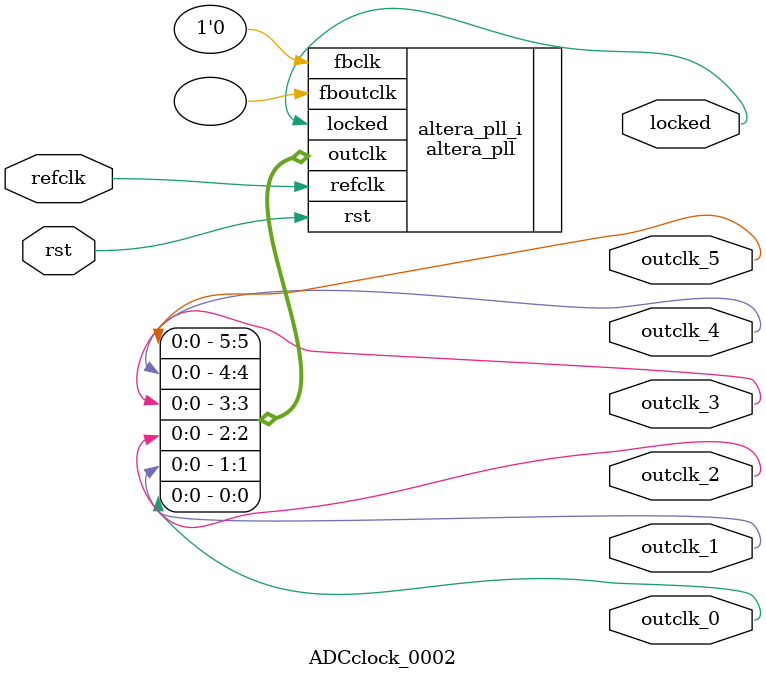
<source format=v>
`timescale 1ns/10ps
module  ADCclock_0002(

	// interface 'refclk'
	input wire refclk,

	// interface 'reset'
	input wire rst,

	// interface 'outclk0'
	output wire outclk_0,

	// interface 'outclk1'
	output wire outclk_1,

	// interface 'outclk2'
	output wire outclk_2,

	// interface 'outclk3'
	output wire outclk_3,

	// interface 'outclk4'
	output wire outclk_4,

	// interface 'outclk5'
	output wire outclk_5,

	// interface 'locked'
	output wire locked
);

	altera_pll #(
		.fractional_vco_multiplier("false"),
		.reference_clock_frequency("50.0 MHz"),
		.operation_mode("direct"),
		.number_of_clocks(6),
		.output_clock_frequency0("2.000000 MHz"),
		.phase_shift0("0 ps"),
		.duty_cycle0(50),
		.output_clock_frequency1("50.000000 MHz"),
		.phase_shift1("0 ps"),
		.duty_cycle1(50),
		.output_clock_frequency2("100.000000 MHz"),
		.phase_shift2("0 ps"),
		.duty_cycle2(50),
		.output_clock_frequency3("200.000000 MHz"),
		.phase_shift3("0 ps"),
		.duty_cycle3(50),
		.output_clock_frequency4("50.000000 MHz"),
		.phase_shift4("3958 ps"),
		.duty_cycle4(50),
		.output_clock_frequency5("300.000000 MHz"),
		.phase_shift5("4791 ps"),
		.duty_cycle5(50),
		.output_clock_frequency6("0 MHz"),
		.phase_shift6("0 ps"),
		.duty_cycle6(50),
		.output_clock_frequency7("0 MHz"),
		.phase_shift7("0 ps"),
		.duty_cycle7(50),
		.output_clock_frequency8("0 MHz"),
		.phase_shift8("0 ps"),
		.duty_cycle8(50),
		.output_clock_frequency9("0 MHz"),
		.phase_shift9("0 ps"),
		.duty_cycle9(50),
		.output_clock_frequency10("0 MHz"),
		.phase_shift10("0 ps"),
		.duty_cycle10(50),
		.output_clock_frequency11("0 MHz"),
		.phase_shift11("0 ps"),
		.duty_cycle11(50),
		.output_clock_frequency12("0 MHz"),
		.phase_shift12("0 ps"),
		.duty_cycle12(50),
		.output_clock_frequency13("0 MHz"),
		.phase_shift13("0 ps"),
		.duty_cycle13(50),
		.output_clock_frequency14("0 MHz"),
		.phase_shift14("0 ps"),
		.duty_cycle14(50),
		.output_clock_frequency15("0 MHz"),
		.phase_shift15("0 ps"),
		.duty_cycle15(50),
		.output_clock_frequency16("0 MHz"),
		.phase_shift16("0 ps"),
		.duty_cycle16(50),
		.output_clock_frequency17("0 MHz"),
		.phase_shift17("0 ps"),
		.duty_cycle17(50),
		.pll_type("General"),
		.pll_subtype("General")
	) altera_pll_i (
		.rst	(rst),
		.outclk	({outclk_5, outclk_4, outclk_3, outclk_2, outclk_1, outclk_0}),
		.locked	(locked),
		.fboutclk	( ),
		.fbclk	(1'b0),
		.refclk	(refclk)
	);
endmodule


</source>
